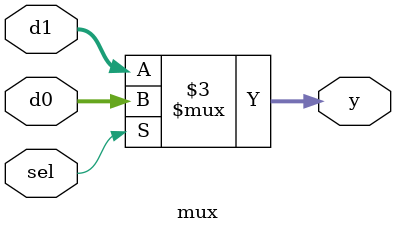
<source format=v>
module mux (input sel, input[15:0] d0, d1, output reg [15:0] y);
	always @ (*) begin
		if (sel) y = d0;
		else y = d1;
	end
endmodule

</source>
